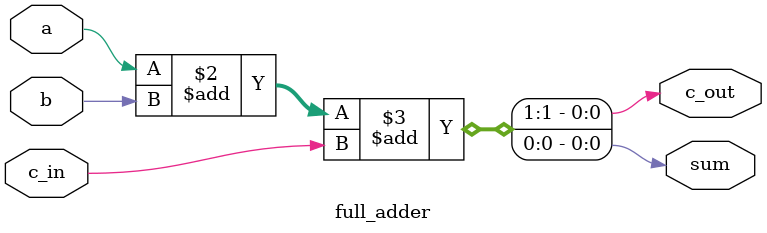
<source format=v>
`timescale 1ns / 1ps


module full_adder(
input a,  
input b,  
input c_in,  
output reg c_out,  
output reg sum
);  
  
always @ (a or b or c_in) begin  
    {c_out, sum} = a + b + c_in;  
  end 

endmodule

</source>
